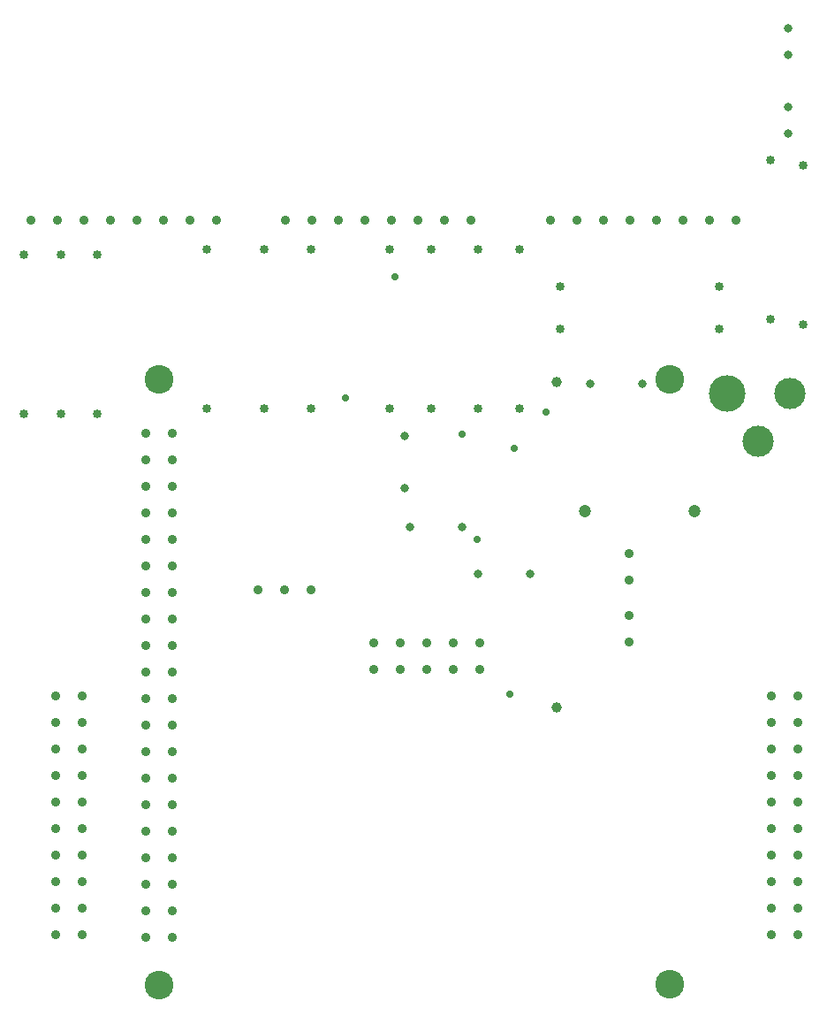
<source format=gbr>
G04 Layer_Color=0*
%FSLAX45Y45*%
%MOMM*%
%TF.FileFunction,Plated,1,4,PTH,Drill*%
%TF.Part,Single*%
G01*
G75*
%TA.AperFunction,ComponentDrill*%
%ADD74C,3.50000*%
%ADD75C,3.00000*%
%ADD76C,0.90000*%
%ADD77C,0.85000*%
%ADD78C,0.80000*%
%TA.AperFunction,OtherDrill,Pad Free-0 (121.39mm,116.63mm)*%
%ADD79C,2.75000*%
%TA.AperFunction,OtherDrill,Pad Free-0 (72.39mm,58.63mm)*%
%ADD80C,2.75000*%
%TA.AperFunction,OtherDrill,Pad Free-0 (121.39mm,58.718mm)*%
%ADD81C,2.75000*%
%TA.AperFunction,OtherDrill,Pad Free-0 (72.39mm,116.63mm)*%
%ADD82C,2.75000*%
%TA.AperFunction,ComponentDrill*%
%ADD83C,0.90000*%
%ADD84C,0.80000*%
%ADD85C,0.85000*%
%ADD86C,1.20000*%
%ADD87C,1.00000*%
%TA.AperFunction,ViaDrill,NotFilled*%
%ADD88C,0.71120*%
D74*
X12684999Y11525001D02*
D03*
D75*
X13285004D02*
D03*
X12984998Y11074999D02*
D03*
D76*
X11749998Y9146001D02*
D03*
Y9400001D02*
D03*
Y10000001D02*
D03*
Y9746001D02*
D03*
X13106400Y6350000D02*
D03*
X13360400D02*
D03*
X13106400Y6604000D02*
D03*
X13360400D02*
D03*
X13106400Y6858000D02*
D03*
X13360400D02*
D03*
X13106400Y7112000D02*
D03*
X13360400D02*
D03*
X13106400Y7366000D02*
D03*
X13360400D02*
D03*
X13106400Y7620000D02*
D03*
X13360400D02*
D03*
X13106400Y7874000D02*
D03*
X13360400D02*
D03*
X13106400Y8128000D02*
D03*
X13360400D02*
D03*
X13106400Y8382000D02*
D03*
X13360400D02*
D03*
X13106400Y8636000D02*
D03*
X13360400D02*
D03*
X6248400Y6350000D02*
D03*
X6502400D02*
D03*
X6248400Y6604000D02*
D03*
X6502400D02*
D03*
X6248400Y6858000D02*
D03*
X6502400D02*
D03*
X6248400Y7112000D02*
D03*
X6502400D02*
D03*
X6248400Y7366000D02*
D03*
X6502400D02*
D03*
X6248400Y7620000D02*
D03*
X6502400D02*
D03*
X6248400Y7874000D02*
D03*
X6502400D02*
D03*
X6248400Y8128000D02*
D03*
X6502400D02*
D03*
X6248400Y8382000D02*
D03*
X6502400D02*
D03*
X6248400Y8636000D02*
D03*
X6502400D02*
D03*
X7366000Y11150600D02*
D03*
X7112000D02*
D03*
X7366000Y10896600D02*
D03*
X7112000D02*
D03*
X7366000Y10642600D02*
D03*
X7112000D02*
D03*
X7366000Y10388600D02*
D03*
X7112000D02*
D03*
X7366000Y10134600D02*
D03*
X7112000D02*
D03*
X7366000Y9880600D02*
D03*
X7112000D02*
D03*
X7366000Y9626600D02*
D03*
X7112000D02*
D03*
X7366000Y9372600D02*
D03*
X7112000D02*
D03*
X7366000Y9118600D02*
D03*
X7112000D02*
D03*
X7366000Y8864600D02*
D03*
X7112000D02*
D03*
X7366000Y8610600D02*
D03*
X7112000D02*
D03*
X7366000Y8356600D02*
D03*
X7112000D02*
D03*
X7366000Y8102600D02*
D03*
X7112000D02*
D03*
X7366000Y7848600D02*
D03*
X7112000D02*
D03*
X7366000Y7594600D02*
D03*
X7112000D02*
D03*
X7366000Y7340600D02*
D03*
X7112000D02*
D03*
X7366000Y7086600D02*
D03*
X7112000D02*
D03*
X7366000Y6832600D02*
D03*
X7112000D02*
D03*
X7366000Y6578600D02*
D03*
X7112000D02*
D03*
X7366000Y6324600D02*
D03*
X7112000D02*
D03*
D77*
X13099998Y12238000D02*
D03*
Y13762000D02*
D03*
X5950001Y12861996D02*
D03*
Y11337996D02*
D03*
X6300003D02*
D03*
Y12861996D02*
D03*
X6649999Y12862001D02*
D03*
Y11338001D02*
D03*
X7700000Y11387999D02*
D03*
Y12912000D02*
D03*
X10300000D02*
D03*
Y11387999D02*
D03*
X10699999Y12912000D02*
D03*
Y11387999D02*
D03*
X8699998D02*
D03*
Y12912000D02*
D03*
X9849998Y11387999D02*
D03*
Y12912000D02*
D03*
X8250001D02*
D03*
Y11387999D02*
D03*
X9449999Y12912000D02*
D03*
Y11387999D02*
D03*
X13411200Y12192000D02*
D03*
Y13716000D02*
D03*
D78*
X9600001Y10624998D02*
D03*
Y11125002D02*
D03*
D79*
X12139000Y11662999D02*
D03*
D80*
X7239000Y5863001D02*
D03*
D81*
X12139000Y5871799D02*
D03*
D82*
X7239000Y11662999D02*
D03*
D83*
X9296400Y9144000D02*
D03*
Y8890000D02*
D03*
X9550400Y9144000D02*
D03*
Y8890000D02*
D03*
X9804400Y9144000D02*
D03*
Y8890000D02*
D03*
X10058400Y9144000D02*
D03*
Y8890000D02*
D03*
X10312400Y9144000D02*
D03*
Y8890000D02*
D03*
X12770896Y13184302D02*
D03*
X12516896D02*
D03*
X12262896D02*
D03*
X12008896D02*
D03*
X11754896D02*
D03*
X11500896D02*
D03*
X11246896D02*
D03*
X10992896D02*
D03*
X10230896D02*
D03*
X9976896D02*
D03*
X9722896D02*
D03*
X9468896D02*
D03*
X9214896D02*
D03*
X8960896D02*
D03*
X8706896D02*
D03*
X8452896D02*
D03*
X7792496D02*
D03*
X7538496D02*
D03*
X7284496D02*
D03*
X7030496D02*
D03*
X6776496D02*
D03*
X6522496D02*
D03*
X6268496D02*
D03*
X6014496D02*
D03*
X8192002Y9649998D02*
D03*
X8446002D02*
D03*
X8700002D02*
D03*
D84*
X10800004Y9800001D02*
D03*
X10300000D02*
D03*
X9650000Y10249998D02*
D03*
X10150004D02*
D03*
X11374999Y11625001D02*
D03*
X11875003D02*
D03*
X13271500Y14021501D02*
D03*
Y14275500D02*
D03*
X13273003Y15027000D02*
D03*
Y14773000D02*
D03*
D85*
X12611999Y12549998D02*
D03*
X11087999D02*
D03*
X12611999Y12149999D02*
D03*
X11087999D02*
D03*
D86*
X11327002Y10400000D02*
D03*
X12373000D02*
D03*
D87*
X11052002Y11640000D02*
D03*
Y8520000D02*
D03*
D88*
X10950000Y11350000D02*
D03*
X10600000Y8650000D02*
D03*
X9500000Y12650000D02*
D03*
X10289540Y10129520D02*
D03*
X9029700Y11485880D02*
D03*
X10150500Y11140440D02*
D03*
X10650000Y11000000D02*
D03*
%TF.MD5,196433D23A731A3AA6BA9B4009077515*%
M02*

</source>
